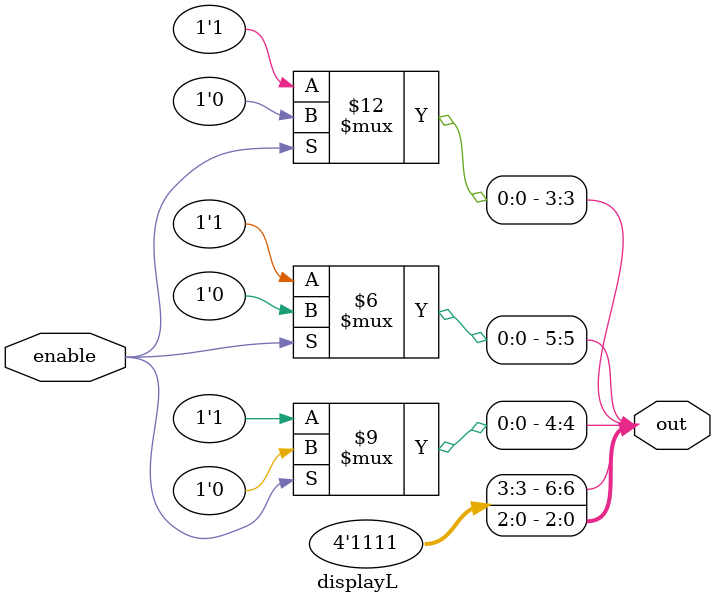
<source format=v>
module displayL(input enable, output reg [6:0] out);
	
	always @ (enable) begin 
		if(enable == 1) begin 
			out[0] = 1;
			out[1] = 1;
			out[2] = 1;
			out[3] = 0;
			out[4] = 0;
			out[5] = 0;
			out[6] = 1;
		end
		else begin 
			out[0] = 1;
			out[1] = 1;
			out[2] = 1;
			out[3] = 1;
			out[4] = 1;
			out[5] = 1;
			out[6] = 1;
		end
	end
	
endmodule

</source>
